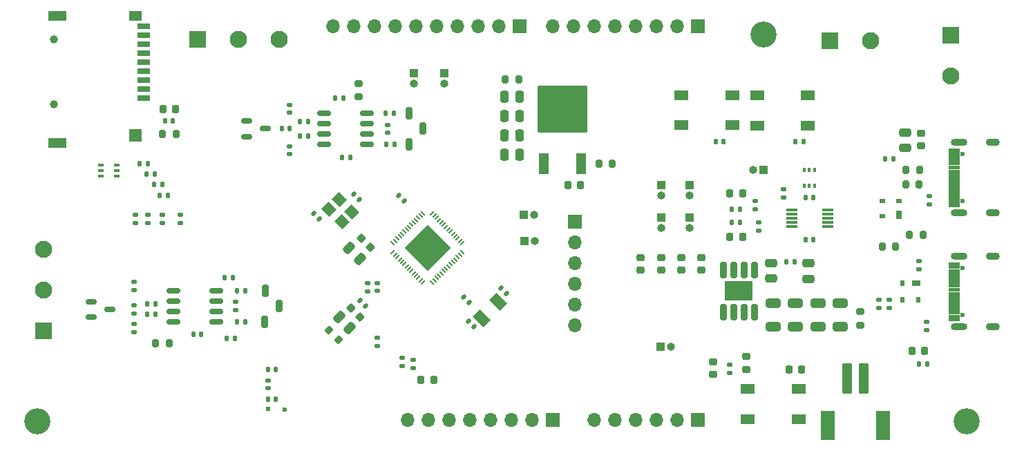
<source format=gbr>
%TF.GenerationSoftware,KiCad,Pcbnew,7.0.8*%
%TF.CreationDate,2024-02-15T12:40:34+05:30*%
%TF.ProjectId,ESP32-S3_DB,45535033-322d-4533-935f-44422e6b6963,rev?*%
%TF.SameCoordinates,Original*%
%TF.FileFunction,Soldermask,Top*%
%TF.FilePolarity,Negative*%
%FSLAX46Y46*%
G04 Gerber Fmt 4.6, Leading zero omitted, Abs format (unit mm)*
G04 Created by KiCad (PCBNEW 7.0.8) date 2024-02-15 12:40:34*
%MOMM*%
%LPD*%
G01*
G04 APERTURE LIST*
G04 Aperture macros list*
%AMRoundRect*
0 Rectangle with rounded corners*
0 $1 Rounding radius*
0 $2 $3 $4 $5 $6 $7 $8 $9 X,Y pos of 4 corners*
0 Add a 4 corners polygon primitive as box body*
4,1,4,$2,$3,$4,$5,$6,$7,$8,$9,$2,$3,0*
0 Add four circle primitives for the rounded corners*
1,1,$1+$1,$2,$3*
1,1,$1+$1,$4,$5*
1,1,$1+$1,$6,$7*
1,1,$1+$1,$8,$9*
0 Add four rect primitives between the rounded corners*
20,1,$1+$1,$2,$3,$4,$5,0*
20,1,$1+$1,$4,$5,$6,$7,0*
20,1,$1+$1,$6,$7,$8,$9,0*
20,1,$1+$1,$8,$9,$2,$3,0*%
%AMRotRect*
0 Rectangle, with rotation*
0 The origin of the aperture is its center*
0 $1 length*
0 $2 width*
0 $3 Rotation angle, in degrees counterclockwise*
0 Add horizontal line*
21,1,$1,$2,0,0,$3*%
G04 Aperture macros list end*
%ADD10C,0.010000*%
%ADD11RoundRect,0.135000X0.185000X-0.135000X0.185000X0.135000X-0.185000X0.135000X-0.185000X-0.135000X0*%
%ADD12RoundRect,0.140000X0.219203X0.021213X0.021213X0.219203X-0.219203X-0.021213X-0.021213X-0.219203X0*%
%ADD13R,0.650000X0.400000*%
%ADD14R,1.700000X1.700000*%
%ADD15O,1.700000X1.700000*%
%ADD16RoundRect,0.250000X0.250000X0.475000X-0.250000X0.475000X-0.250000X-0.475000X0.250000X-0.475000X0*%
%ADD17RoundRect,0.200000X-0.275000X0.200000X-0.275000X-0.200000X0.275000X-0.200000X0.275000X0.200000X0*%
%ADD18RoundRect,0.218750X0.256250X-0.218750X0.256250X0.218750X-0.256250X0.218750X-0.256250X-0.218750X0*%
%ADD19C,3.200000*%
%ADD20RoundRect,0.250000X-0.475000X0.250000X-0.475000X-0.250000X0.475000X-0.250000X0.475000X0.250000X0*%
%ADD21RoundRect,0.135000X-0.185000X0.135000X-0.185000X-0.135000X0.185000X-0.135000X0.185000X0.135000X0*%
%ADD22R,1.800000X1.200000*%
%ADD23RotRect,1.400000X1.200000X315.000000*%
%ADD24RoundRect,0.218750X-0.218750X-0.256250X0.218750X-0.256250X0.218750X0.256250X-0.218750X0.256250X0*%
%ADD25R,1.000000X0.700000*%
%ADD26R,0.600000X0.700000*%
%ADD27R,1.000000X1.000000*%
%ADD28O,1.000000X1.000000*%
%ADD29R,2.100000X2.100000*%
%ADD30C,2.100000*%
%ADD31RoundRect,0.135000X0.135000X0.185000X-0.135000X0.185000X-0.135000X-0.185000X0.135000X-0.185000X0*%
%ADD32RoundRect,0.250000X0.650000X-0.325000X0.650000X0.325000X-0.650000X0.325000X-0.650000X-0.325000X0*%
%ADD33RoundRect,0.225000X0.335876X0.017678X0.017678X0.335876X-0.335876X-0.017678X-0.017678X-0.335876X0*%
%ADD34RoundRect,0.250000X-0.512652X-0.159099X-0.159099X-0.512652X0.512652X0.159099X0.159099X0.512652X0*%
%ADD35RoundRect,0.225000X0.225000X0.250000X-0.225000X0.250000X-0.225000X-0.250000X0.225000X-0.250000X0*%
%ADD36RoundRect,0.140000X-0.140000X-0.170000X0.140000X-0.170000X0.140000X0.170000X-0.140000X0.170000X0*%
%ADD37RoundRect,0.140000X0.170000X-0.140000X0.170000X0.140000X-0.170000X0.140000X-0.170000X-0.140000X0*%
%ADD38RoundRect,0.135000X-0.135000X-0.185000X0.135000X-0.185000X0.135000X0.185000X-0.135000X0.185000X0*%
%ADD39RoundRect,0.144000X-0.258000X0.833000X-0.258000X-0.833000X0.258000X-0.833000X0.258000X0.833000X0*%
%ADD40RoundRect,0.102000X-1.600000X1.100000X-1.600000X-1.100000X1.600000X-1.100000X1.600000X1.100000X0*%
%ADD41RoundRect,0.225000X-0.225000X-0.250000X0.225000X-0.250000X0.225000X0.250000X-0.225000X0.250000X0*%
%ADD42RoundRect,0.200000X0.200000X0.275000X-0.200000X0.275000X-0.200000X-0.275000X0.200000X-0.275000X0*%
%ADD43RoundRect,0.200000X0.200000X-0.550000X0.200000X0.550000X-0.200000X0.550000X-0.200000X-0.550000X0*%
%ADD44RoundRect,0.140000X0.140000X0.170000X-0.140000X0.170000X-0.140000X-0.170000X0.140000X-0.170000X0*%
%ADD45RoundRect,0.250000X0.475000X-0.250000X0.475000X0.250000X-0.475000X0.250000X-0.475000X-0.250000X0*%
%ADD46C,0.600000*%
%ADD47O,2.000000X0.900000*%
%ADD48O,1.700000X0.900000*%
%ADD49RoundRect,0.140000X-0.170000X0.140000X-0.170000X-0.140000X0.170000X-0.140000X0.170000X0.140000X0*%
%ADD50RoundRect,0.225000X0.250000X-0.225000X0.250000X0.225000X-0.250000X0.225000X-0.250000X-0.225000X0*%
%ADD51RoundRect,0.218750X-0.256250X0.218750X-0.256250X-0.218750X0.256250X-0.218750X0.256250X0.218750X0*%
%ADD52RoundRect,0.147500X0.172500X-0.147500X0.172500X0.147500X-0.172500X0.147500X-0.172500X-0.147500X0*%
%ADD53R,1.400000X0.300000*%
%ADD54RoundRect,0.225000X-0.250000X0.225000X-0.250000X-0.225000X0.250000X-0.225000X0.250000X0.225000X0*%
%ADD55R,0.420000X0.600000*%
%ADD56RoundRect,0.150000X-0.512500X-0.150000X0.512500X-0.150000X0.512500X0.150000X-0.512500X0.150000X0*%
%ADD57RoundRect,0.140000X-0.219203X-0.021213X-0.021213X-0.219203X0.219203X0.021213X0.021213X0.219203X0*%
%ADD58RoundRect,0.218750X0.218750X0.256250X-0.218750X0.256250X-0.218750X-0.256250X0.218750X-0.256250X0*%
%ADD59RoundRect,0.225000X-0.335876X-0.017678X-0.017678X-0.335876X0.335876X0.017678X0.017678X0.335876X0*%
%ADD60R,0.700000X1.000000*%
%ADD61R,0.700000X0.600000*%
%ADD62R,2.200000X1.200000*%
%ADD63C,1.000000*%
%ADD64R,1.500000X1.600000*%
%ADD65R,1.600000X0.700000*%
%ADD66R,1.500000X1.200000*%
%ADD67RoundRect,0.200000X0.335876X0.053033X0.053033X0.335876X-0.335876X-0.053033X-0.053033X-0.335876X0*%
%ADD68RotRect,0.660000X0.200000X45.000000*%
%ADD69RotRect,0.200000X0.660000X45.000000*%
%ADD70RotRect,4.000000X4.000000X45.000000*%
%ADD71RoundRect,0.102000X0.490000X-1.200000X0.490000X1.200000X-0.490000X1.200000X-0.490000X-1.200000X0*%
%ADD72RoundRect,0.102000X2.930000X-2.785000X2.930000X2.785000X-2.930000X2.785000X-2.930000X-2.785000X0*%
%ADD73RoundRect,0.102000X-0.490000X1.200000X-0.490000X-1.200000X0.490000X-1.200000X0.490000X1.200000X0*%
%ADD74RoundRect,0.102000X0.500000X1.750000X-0.500000X1.750000X-0.500000X-1.750000X0.500000X-1.750000X0*%
%ADD75RoundRect,0.102000X0.750000X1.700000X-0.750000X1.700000X-0.750000X-1.700000X0.750000X-1.700000X0*%
%ADD76R,0.500000X0.500000*%
%ADD77RotRect,1.300000X1.800000X45.000000*%
%ADD78RoundRect,0.200000X0.275000X-0.200000X0.275000X0.200000X-0.275000X0.200000X-0.275000X-0.200000X0*%
%ADD79RoundRect,0.250000X0.512652X0.159099X0.159099X0.512652X-0.512652X-0.159099X-0.159099X-0.512652X0*%
%ADD80RoundRect,0.150000X0.675000X0.150000X-0.675000X0.150000X-0.675000X-0.150000X0.675000X-0.150000X0*%
%ADD81RoundRect,0.200000X-0.200000X-0.275000X0.200000X-0.275000X0.200000X0.275000X-0.200000X0.275000X0*%
G04 APERTURE END LIST*
%TO.C,J1*%
D10*
X210015000Y-112050000D02*
X208775000Y-112050000D01*
X208775000Y-111350000D01*
X210015000Y-111350000D01*
X210015000Y-112050000D01*
G36*
X210015000Y-112050000D02*
G01*
X208775000Y-112050000D01*
X208775000Y-111350000D01*
X210015000Y-111350000D01*
X210015000Y-112050000D01*
G37*
X210015000Y-111250000D02*
X208775000Y-111250000D01*
X208775000Y-110550000D01*
X210015000Y-110550000D01*
X210015000Y-111250000D01*
G36*
X210015000Y-111250000D02*
G01*
X208775000Y-111250000D01*
X208775000Y-110550000D01*
X210015000Y-110550000D01*
X210015000Y-111250000D01*
G37*
X210015000Y-110450000D02*
X208775000Y-110450000D01*
X208775000Y-110050000D01*
X210015000Y-110050000D01*
X210015000Y-110450000D01*
G36*
X210015000Y-110450000D02*
G01*
X208775000Y-110450000D01*
X208775000Y-110050000D01*
X210015000Y-110050000D01*
X210015000Y-110450000D01*
G37*
X210015000Y-109950000D02*
X208775000Y-109950000D01*
X208775000Y-109550000D01*
X210015000Y-109550000D01*
X210015000Y-109950000D01*
G36*
X210015000Y-109950000D02*
G01*
X208775000Y-109950000D01*
X208775000Y-109550000D01*
X210015000Y-109550000D01*
X210015000Y-109950000D01*
G37*
X210015000Y-109450000D02*
X208775000Y-109450000D01*
X208775000Y-109050000D01*
X210015000Y-109050000D01*
X210015000Y-109450000D01*
G36*
X210015000Y-109450000D02*
G01*
X208775000Y-109450000D01*
X208775000Y-109050000D01*
X210015000Y-109050000D01*
X210015000Y-109450000D01*
G37*
X210015000Y-108950000D02*
X208775000Y-108950000D01*
X208775000Y-108550000D01*
X210015000Y-108550000D01*
X210015000Y-108950000D01*
G36*
X210015000Y-108950000D02*
G01*
X208775000Y-108950000D01*
X208775000Y-108550000D01*
X210015000Y-108550000D01*
X210015000Y-108950000D01*
G37*
X210015000Y-108450000D02*
X208775000Y-108450000D01*
X208775000Y-108050000D01*
X210015000Y-108050000D01*
X210015000Y-108450000D01*
G36*
X210015000Y-108450000D02*
G01*
X208775000Y-108450000D01*
X208775000Y-108050000D01*
X210015000Y-108050000D01*
X210015000Y-108450000D01*
G37*
X210015000Y-107950000D02*
X208775000Y-107950000D01*
X208775000Y-107550000D01*
X210015000Y-107550000D01*
X210015000Y-107950000D01*
G36*
X210015000Y-107950000D02*
G01*
X208775000Y-107950000D01*
X208775000Y-107550000D01*
X210015000Y-107550000D01*
X210015000Y-107950000D01*
G37*
X210015000Y-107450000D02*
X208775000Y-107450000D01*
X208775000Y-107050000D01*
X210015000Y-107050000D01*
X210015000Y-107450000D01*
G36*
X210015000Y-107450000D02*
G01*
X208775000Y-107450000D01*
X208775000Y-107050000D01*
X210015000Y-107050000D01*
X210015000Y-107450000D01*
G37*
X210015000Y-106950000D02*
X208775000Y-106950000D01*
X208775000Y-106550000D01*
X210015000Y-106550000D01*
X210015000Y-106950000D01*
G36*
X210015000Y-106950000D02*
G01*
X208775000Y-106950000D01*
X208775000Y-106550000D01*
X210015000Y-106550000D01*
X210015000Y-106950000D01*
G37*
X210015000Y-106450000D02*
X208775000Y-106450000D01*
X208775000Y-105750000D01*
X210015000Y-105750000D01*
X210015000Y-106450000D01*
G36*
X210015000Y-106450000D02*
G01*
X208775000Y-106450000D01*
X208775000Y-105750000D01*
X210015000Y-105750000D01*
X210015000Y-106450000D01*
G37*
X210015000Y-105650000D02*
X208775000Y-105650000D01*
X208775000Y-104950000D01*
X210015000Y-104950000D01*
X210015000Y-105650000D01*
G36*
X210015000Y-105650000D02*
G01*
X208775000Y-105650000D01*
X208775000Y-104950000D01*
X210015000Y-104950000D01*
X210015000Y-105650000D01*
G37*
%TO.C,J4*%
X210015000Y-126040000D02*
X208775000Y-126040000D01*
X208775000Y-125340000D01*
X210015000Y-125340000D01*
X210015000Y-126040000D01*
G36*
X210015000Y-126040000D02*
G01*
X208775000Y-126040000D01*
X208775000Y-125340000D01*
X210015000Y-125340000D01*
X210015000Y-126040000D01*
G37*
X210015000Y-125240000D02*
X208775000Y-125240000D01*
X208775000Y-124540000D01*
X210015000Y-124540000D01*
X210015000Y-125240000D01*
G36*
X210015000Y-125240000D02*
G01*
X208775000Y-125240000D01*
X208775000Y-124540000D01*
X210015000Y-124540000D01*
X210015000Y-125240000D01*
G37*
X210015000Y-124440000D02*
X208775000Y-124440000D01*
X208775000Y-124040000D01*
X210015000Y-124040000D01*
X210015000Y-124440000D01*
G36*
X210015000Y-124440000D02*
G01*
X208775000Y-124440000D01*
X208775000Y-124040000D01*
X210015000Y-124040000D01*
X210015000Y-124440000D01*
G37*
X210015000Y-123940000D02*
X208775000Y-123940000D01*
X208775000Y-123540000D01*
X210015000Y-123540000D01*
X210015000Y-123940000D01*
G36*
X210015000Y-123940000D02*
G01*
X208775000Y-123940000D01*
X208775000Y-123540000D01*
X210015000Y-123540000D01*
X210015000Y-123940000D01*
G37*
X210015000Y-123440000D02*
X208775000Y-123440000D01*
X208775000Y-123040000D01*
X210015000Y-123040000D01*
X210015000Y-123440000D01*
G36*
X210015000Y-123440000D02*
G01*
X208775000Y-123440000D01*
X208775000Y-123040000D01*
X210015000Y-123040000D01*
X210015000Y-123440000D01*
G37*
X210015000Y-122940000D02*
X208775000Y-122940000D01*
X208775000Y-122540000D01*
X210015000Y-122540000D01*
X210015000Y-122940000D01*
G36*
X210015000Y-122940000D02*
G01*
X208775000Y-122940000D01*
X208775000Y-122540000D01*
X210015000Y-122540000D01*
X210015000Y-122940000D01*
G37*
X210015000Y-122440000D02*
X208775000Y-122440000D01*
X208775000Y-122040000D01*
X210015000Y-122040000D01*
X210015000Y-122440000D01*
G36*
X210015000Y-122440000D02*
G01*
X208775000Y-122440000D01*
X208775000Y-122040000D01*
X210015000Y-122040000D01*
X210015000Y-122440000D01*
G37*
X210015000Y-121940000D02*
X208775000Y-121940000D01*
X208775000Y-121540000D01*
X210015000Y-121540000D01*
X210015000Y-121940000D01*
G36*
X210015000Y-121940000D02*
G01*
X208775000Y-121940000D01*
X208775000Y-121540000D01*
X210015000Y-121540000D01*
X210015000Y-121940000D01*
G37*
X210015000Y-121440000D02*
X208775000Y-121440000D01*
X208775000Y-121040000D01*
X210015000Y-121040000D01*
X210015000Y-121440000D01*
G36*
X210015000Y-121440000D02*
G01*
X208775000Y-121440000D01*
X208775000Y-121040000D01*
X210015000Y-121040000D01*
X210015000Y-121440000D01*
G37*
X210015000Y-120940000D02*
X208775000Y-120940000D01*
X208775000Y-120540000D01*
X210015000Y-120540000D01*
X210015000Y-120940000D01*
G36*
X210015000Y-120940000D02*
G01*
X208775000Y-120940000D01*
X208775000Y-120540000D01*
X210015000Y-120540000D01*
X210015000Y-120940000D01*
G37*
X210015000Y-120440000D02*
X208775000Y-120440000D01*
X208775000Y-119740000D01*
X210015000Y-119740000D01*
X210015000Y-120440000D01*
G36*
X210015000Y-120440000D02*
G01*
X208775000Y-120440000D01*
X208775000Y-119740000D01*
X210015000Y-119740000D01*
X210015000Y-120440000D01*
G37*
X210015000Y-119640000D02*
X208775000Y-119640000D01*
X208775000Y-118940000D01*
X210015000Y-118940000D01*
X210015000Y-119640000D01*
G36*
X210015000Y-119640000D02*
G01*
X208775000Y-119640000D01*
X208775000Y-118940000D01*
X210015000Y-118940000D01*
X210015000Y-119640000D01*
G37*
%TD*%
D11*
%TO.C,R43*%
X185420000Y-115050000D03*
X185420000Y-114030000D03*
%TD*%
D12*
%TO.C,C11*%
X142009411Y-111369411D03*
X141330589Y-110690589D03*
%TD*%
D13*
%TO.C,D10*%
X106790000Y-108310000D03*
X106790000Y-107660000D03*
X106790000Y-107010000D03*
X104890000Y-107010000D03*
X104890000Y-107660000D03*
X104890000Y-108310000D03*
%TD*%
D14*
%TO.C,J9*%
X162950000Y-113920001D03*
D15*
X162950000Y-116460001D03*
X162950000Y-119000001D03*
X162950000Y-121540001D03*
X162950000Y-124080001D03*
X162950000Y-126620001D03*
%TD*%
D16*
%TO.C,C43*%
X156190000Y-101010000D03*
X154290000Y-101010000D03*
%TD*%
D17*
%TO.C,R14*%
X136400000Y-96975000D03*
X136400000Y-98625000D03*
%TD*%
D18*
%TO.C,D8*%
X176000000Y-119887500D03*
X176000000Y-118312500D03*
%TD*%
D19*
%TO.C,H3*%
X210940000Y-138420000D03*
%TD*%
D20*
%TO.C,C9*%
X191580000Y-119055000D03*
X191580000Y-120955000D03*
%TD*%
D21*
%TO.C,R1*%
X138760000Y-128200000D03*
X138760000Y-129220000D03*
%TD*%
D22*
%TO.C,SW1*%
X176000000Y-98405000D03*
X182200000Y-98405000D03*
X176000000Y-102105000D03*
X182200000Y-102105000D03*
%TD*%
D23*
%TO.C,Y1*%
X132821142Y-112423223D03*
X134376777Y-113978858D03*
X135578858Y-112776777D03*
X134023223Y-111221142D03*
%TD*%
D12*
%TO.C,C32*%
X154539411Y-122739411D03*
X153860589Y-122060589D03*
%TD*%
D22*
%TO.C,SW3*%
X190340000Y-138120000D03*
X184140000Y-138120000D03*
X190340000Y-134420000D03*
X184140000Y-134420000D03*
%TD*%
D18*
%TO.C,D3*%
X171000000Y-119887500D03*
X171000000Y-118312500D03*
%TD*%
D24*
%TO.C,D13*%
X181902500Y-115820000D03*
X183477500Y-115820000D03*
%TD*%
D25*
%TO.C,D11*%
X204780000Y-121490000D03*
D26*
X203080000Y-121490000D03*
X203080000Y-123490000D03*
X204980000Y-123490000D03*
%TD*%
D27*
%TO.C,J6*%
X156720000Y-116350000D03*
D28*
X157990000Y-116350000D03*
%TD*%
D29*
%TO.C,J5*%
X194180000Y-91770000D03*
D30*
X199180000Y-91770000D03*
%TD*%
D21*
%TO.C,R6*%
X206050000Y-126230000D03*
X206050000Y-127250000D03*
%TD*%
D31*
%TO.C,R31*%
X122560000Y-122370000D03*
X121540000Y-122370000D03*
%TD*%
D21*
%TO.C,R10*%
X181930000Y-131460000D03*
X181930000Y-132480000D03*
%TD*%
D27*
%TO.C,J11*%
X146930000Y-95760000D03*
D28*
X146930000Y-97030000D03*
%TD*%
D12*
%TO.C,C31*%
X150539411Y-126839411D03*
X149860589Y-126160589D03*
%TD*%
D32*
%TO.C,C39*%
X195410000Y-126840000D03*
X195410000Y-123890000D03*
%TD*%
D11*
%TO.C,R54*%
X110640000Y-114100000D03*
X110640000Y-113080000D03*
%TD*%
D14*
%TO.C,J14*%
X177970000Y-138230000D03*
D15*
X175430000Y-138230000D03*
X172890000Y-138230000D03*
X170350000Y-138230000D03*
X167810000Y-138230000D03*
X165270000Y-138230000D03*
%TD*%
D33*
%TO.C,C14*%
X137848008Y-117048008D03*
X136751992Y-115951992D03*
%TD*%
D34*
%TO.C,C2*%
X134028249Y-125648249D03*
X135371751Y-126991751D03*
%TD*%
D11*
%TO.C,R21*%
X141740000Y-131600000D03*
X141740000Y-130580000D03*
%TD*%
D35*
%TO.C,C16*%
X163645000Y-109460000D03*
X162095000Y-109460000D03*
%TD*%
D36*
%TO.C,C25*%
X127040000Y-102550000D03*
X128000000Y-102550000D03*
%TD*%
D14*
%TO.C,J16*%
X160190000Y-138230000D03*
D15*
X157650000Y-138230000D03*
X155110000Y-138230000D03*
X152570000Y-138230000D03*
X150030000Y-138230000D03*
X147490000Y-138230000D03*
X144950000Y-138230000D03*
X142410000Y-138230000D03*
%TD*%
D37*
%TO.C,C24*%
X139960000Y-103030000D03*
X139960000Y-102070000D03*
%TD*%
D38*
%TO.C,R40*%
X111390000Y-109370000D03*
X112410000Y-109370000D03*
%TD*%
D39*
%TO.C,U3*%
X184920000Y-119835000D03*
X183650000Y-119835000D03*
X182380000Y-119835000D03*
X181110000Y-119835000D03*
X181110000Y-125005000D03*
X182380000Y-125005000D03*
X183650000Y-125005000D03*
X184920000Y-125005000D03*
D40*
X183015000Y-122420000D03*
%TD*%
D41*
%TO.C,C29*%
X112445000Y-100180000D03*
X113995000Y-100180000D03*
%TD*%
D38*
%TO.C,R9*%
X188830000Y-118865000D03*
X189850000Y-118865000D03*
%TD*%
D11*
%TO.C,R27*%
X108940000Y-122325000D03*
X108940000Y-121305000D03*
%TD*%
D38*
%TO.C,R38*%
X139770000Y-100645000D03*
X140790000Y-100645000D03*
%TD*%
D11*
%TO.C,R7*%
X205140000Y-119810000D03*
X205140000Y-118790000D03*
%TD*%
D38*
%TO.C,R11*%
X109620000Y-106810000D03*
X110640000Y-106810000D03*
%TD*%
D31*
%TO.C,R39*%
X206110000Y-131400000D03*
X205090000Y-131400000D03*
%TD*%
D21*
%TO.C,R50*%
X201420000Y-123500000D03*
X201420000Y-124520000D03*
%TD*%
D36*
%TO.C,C5*%
X125320000Y-135700000D03*
X126280000Y-135700000D03*
%TD*%
D27*
%TO.C,J22*%
X186080000Y-107560000D03*
D28*
X184810000Y-107560000D03*
%TD*%
D42*
%TO.C,R15*%
X202235000Y-117010000D03*
X200585000Y-117010000D03*
%TD*%
D36*
%TO.C,C7*%
X125320000Y-132100000D03*
X126280000Y-132100000D03*
%TD*%
D31*
%TO.C,R24*%
X111510000Y-124000000D03*
X110490000Y-124000000D03*
%TD*%
%TO.C,R5*%
X201980000Y-106270000D03*
X200960000Y-106270000D03*
%TD*%
D27*
%TO.C,J18*%
X173460000Y-129230000D03*
D28*
X174730000Y-129230000D03*
%TD*%
D43*
%TO.C,TP4*%
X142620000Y-100645000D03*
%TD*%
D44*
%TO.C,C20*%
X192140000Y-110970000D03*
X191180000Y-110970000D03*
%TD*%
D19*
%TO.C,H1*%
X97080000Y-138420000D03*
%TD*%
D36*
%TO.C,C22*%
X116170000Y-127715000D03*
X117130000Y-127715000D03*
%TD*%
D32*
%TO.C,C37*%
X189960000Y-126840000D03*
X189960000Y-123890000D03*
%TD*%
D21*
%TO.C,R4*%
X206400000Y-110770000D03*
X206400000Y-111790000D03*
%TD*%
D43*
%TO.C,TP5*%
X126700000Y-124275000D03*
%TD*%
D21*
%TO.C,R51*%
X109120000Y-113090000D03*
X109120000Y-114110000D03*
%TD*%
D45*
%TO.C,C40*%
X203410000Y-104880000D03*
X203410000Y-102980000D03*
%TD*%
D21*
%TO.C,R29*%
X121340000Y-123765000D03*
X121340000Y-124785000D03*
%TD*%
%TO.C,R20*%
X188510000Y-109920000D03*
X188510000Y-110940000D03*
%TD*%
D38*
%TO.C,R41*%
X110470000Y-108060000D03*
X111490000Y-108060000D03*
%TD*%
D19*
%TO.C,H2*%
X186030000Y-90970000D03*
%TD*%
D11*
%TO.C,R28*%
X108930000Y-127455000D03*
X108930000Y-126435000D03*
%TD*%
D46*
%TO.C,J1*%
X210465000Y-111390000D03*
X210465000Y-105610000D03*
D47*
X209975000Y-112825000D03*
D48*
X214145000Y-112825000D03*
D47*
X209975000Y-104175000D03*
D48*
X214145000Y-104175000D03*
%TD*%
D38*
%TO.C,R35*%
X129270000Y-103435000D03*
X130290000Y-103435000D03*
%TD*%
D27*
%TO.C,J17*%
X173490000Y-109420000D03*
D28*
X173490000Y-110690000D03*
%TD*%
D49*
%TO.C,C8*%
X138700000Y-121470000D03*
X138700000Y-122430000D03*
%TD*%
D38*
%TO.C,R37*%
X139780000Y-104455000D03*
X140800000Y-104455000D03*
%TD*%
D50*
%TO.C,C41*%
X205350000Y-104615000D03*
X205350000Y-103065000D03*
%TD*%
D51*
%TO.C,D9*%
X178400000Y-118322500D03*
X178400000Y-119897500D03*
%TD*%
D52*
%TO.C,L2*%
X125320000Y-134365000D03*
X125320000Y-133395000D03*
%TD*%
D31*
%TO.C,R25*%
X111510000Y-125270000D03*
X110490000Y-125270000D03*
%TD*%
D11*
%TO.C,R55*%
X143110000Y-131910000D03*
X143110000Y-130890000D03*
%TD*%
D42*
%TO.C,R22*%
X167545000Y-106840000D03*
X165895000Y-106840000D03*
%TD*%
D53*
%TO.C,U4*%
X193930000Y-114530000D03*
X193930000Y-114030000D03*
X193930000Y-113530000D03*
X193930000Y-113030000D03*
X193930000Y-112530000D03*
X189530000Y-112530000D03*
X189530000Y-113030000D03*
X189530000Y-113530000D03*
X189530000Y-114030000D03*
X189530000Y-114530000D03*
%TD*%
D32*
%TO.C,C1*%
X187250000Y-126840000D03*
X187250000Y-123890000D03*
%TD*%
D27*
%TO.C,J20*%
X177010000Y-113410000D03*
D28*
X177010000Y-114680000D03*
%TD*%
D38*
%TO.C,R42*%
X112030000Y-110690000D03*
X113050000Y-110690000D03*
%TD*%
D42*
%TO.C,R13*%
X113230000Y-128855000D03*
X111580000Y-128855000D03*
%TD*%
%TO.C,R23*%
X156075000Y-96490000D03*
X154425000Y-96490000D03*
%TD*%
D29*
%TO.C,J2*%
X97820000Y-127350000D03*
D30*
X97820000Y-122350000D03*
X97820000Y-117350000D03*
%TD*%
D31*
%TO.C,R45*%
X183200000Y-112440000D03*
X182180000Y-112440000D03*
%TD*%
D35*
%TO.C,C28*%
X190735000Y-132040000D03*
X189185000Y-132040000D03*
%TD*%
D16*
%TO.C,C42*%
X156180000Y-103390000D03*
X154280000Y-103390000D03*
%TD*%
D52*
%TO.C,L3*%
X137570000Y-122455000D03*
X137570000Y-121485000D03*
%TD*%
D20*
%TO.C,C10*%
X187000000Y-119015000D03*
X187000000Y-120915000D03*
%TD*%
D31*
%TO.C,R46*%
X183200000Y-114030000D03*
X182180000Y-114030000D03*
%TD*%
D43*
%TO.C,TP3*%
X142620000Y-104455000D03*
%TD*%
D32*
%TO.C,C38*%
X192700000Y-126840000D03*
X192700000Y-123890000D03*
%TD*%
D54*
%TO.C,C36*%
X179900000Y-131125000D03*
X179900000Y-132675000D03*
%TD*%
D12*
%TO.C,C12*%
X136539411Y-111239411D03*
X135860589Y-110560589D03*
%TD*%
D36*
%TO.C,C30*%
X112740000Y-101550000D03*
X113700000Y-101550000D03*
%TD*%
D44*
%TO.C,C19*%
X192140000Y-116170000D03*
X191180000Y-116170000D03*
%TD*%
%TO.C,C21*%
X190940000Y-104090000D03*
X189980000Y-104090000D03*
%TD*%
D51*
%TO.C,L4*%
X183970000Y-130452500D03*
X183970000Y-132027500D03*
%TD*%
D43*
%TO.C,TP2*%
X124980000Y-122370000D03*
%TD*%
D55*
%TO.C,U2*%
X192320000Y-107630000D03*
X191670000Y-107630000D03*
X191020000Y-107630000D03*
X191020000Y-109530000D03*
X191670000Y-109530000D03*
X192320000Y-109530000D03*
%TD*%
D56*
%TO.C,D6*%
X103662500Y-123750000D03*
X103662500Y-125650000D03*
X105937500Y-124700000D03*
%TD*%
D57*
%TO.C,C6*%
X136640589Y-123600589D03*
X137319411Y-124279411D03*
%TD*%
D58*
%TO.C,D1*%
X205787500Y-129800000D03*
X204212500Y-129800000D03*
%TD*%
D27*
%TO.C,J7*%
X156680000Y-113100000D03*
D28*
X157950000Y-113100000D03*
%TD*%
D42*
%TO.C,R47*%
X205145000Y-107560000D03*
X203495000Y-107560000D03*
%TD*%
D24*
%TO.C,D12*%
X181902500Y-110510000D03*
X183477500Y-110510000D03*
%TD*%
D38*
%TO.C,R34*%
X134410000Y-106050000D03*
X135430000Y-106050000D03*
%TD*%
D59*
%TO.C,C3*%
X135541992Y-124511992D03*
X136638008Y-125608008D03*
%TD*%
D29*
%TO.C,J3*%
X116700000Y-91550000D03*
D30*
X121700000Y-91550000D03*
X126700000Y-91550000D03*
%TD*%
D60*
%TO.C,D2*%
X202640000Y-113090000D03*
D61*
X202640000Y-111390000D03*
X200640000Y-111390000D03*
X200640000Y-113290000D03*
%TD*%
D12*
%TO.C,C15*%
X131639411Y-113639411D03*
X130960589Y-112960589D03*
%TD*%
D51*
%TO.C,D7*%
X173500000Y-118312500D03*
X173500000Y-119887500D03*
%TD*%
D56*
%TO.C,D4*%
X122692500Y-101600000D03*
X122692500Y-103500000D03*
X124967500Y-102550000D03*
%TD*%
D62*
%TO.C,J8*%
X99500000Y-88700000D03*
D63*
X99100000Y-91550000D03*
X99100000Y-99550000D03*
D64*
X109100000Y-103350000D03*
D62*
X99500000Y-104300000D03*
D65*
X110100000Y-98750000D03*
X110100000Y-97650000D03*
X110100000Y-96550000D03*
X110100000Y-95450000D03*
X110100000Y-94350000D03*
X110100000Y-93250000D03*
X110100000Y-92150000D03*
X110100000Y-91050000D03*
X110100000Y-89950000D03*
D66*
X109100000Y-88700000D03*
%TD*%
D27*
%TO.C,J10*%
X173490000Y-113410000D03*
D28*
X173490000Y-114680000D03*
%TD*%
D42*
%TO.C,R12*%
X114045000Y-103150000D03*
X112395000Y-103150000D03*
%TD*%
D16*
%TO.C,C44*%
X156200000Y-98600000D03*
X154300000Y-98600000D03*
%TD*%
D14*
%TO.C,J15*%
X156126000Y-89970000D03*
D15*
X153586000Y-89970000D03*
X151046000Y-89970000D03*
X148506000Y-89970000D03*
X145966000Y-89970000D03*
X143426000Y-89970000D03*
X140886000Y-89970000D03*
X138346000Y-89970000D03*
X135806000Y-89970000D03*
X133266000Y-89970000D03*
%TD*%
D27*
%TO.C,J12*%
X143220000Y-95760000D03*
D28*
X143220000Y-97030000D03*
%TD*%
D67*
%TO.C,R17*%
X133973363Y-128393363D03*
X132806637Y-127226637D03*
%TD*%
D22*
%TO.C,SW2*%
X185300000Y-98435000D03*
X191500000Y-98435000D03*
X185300000Y-102135000D03*
X191500000Y-102135000D03*
%TD*%
D68*
%TO.C,U1*%
X140622830Y-117705197D03*
X140905673Y-117988040D03*
X141188516Y-118270883D03*
X141471358Y-118553726D03*
X141754201Y-118836568D03*
X142037044Y-119119411D03*
X142319887Y-119402254D03*
X142602729Y-119685096D03*
X142885572Y-119967939D03*
X143168415Y-120250782D03*
X143451257Y-120533625D03*
X143734100Y-120816467D03*
X144016943Y-121099310D03*
X144299786Y-121382153D03*
D69*
X145445298Y-121382153D03*
X145728141Y-121099310D03*
X146010984Y-120816467D03*
X146293827Y-120533625D03*
X146576669Y-120250782D03*
X146859512Y-119967939D03*
X147142355Y-119685096D03*
X147425197Y-119402254D03*
X147708040Y-119119411D03*
X147990883Y-118836568D03*
X148273726Y-118553726D03*
X148556568Y-118270883D03*
X148839411Y-117988040D03*
X149122254Y-117705197D03*
D68*
X149122254Y-116559685D03*
X148839411Y-116276842D03*
X148556568Y-115993999D03*
X148273726Y-115711156D03*
X147990883Y-115428314D03*
X147708040Y-115145471D03*
X147425197Y-114862628D03*
X147142355Y-114579786D03*
X146859512Y-114296943D03*
X146576669Y-114014100D03*
X146293827Y-113731257D03*
X146010984Y-113448415D03*
X145728141Y-113165572D03*
X145445298Y-112882729D03*
D69*
X144299786Y-112882729D03*
X144016943Y-113165572D03*
X143734100Y-113448415D03*
X143451257Y-113731257D03*
X143168415Y-114014100D03*
X142885572Y-114296943D03*
X142602729Y-114579786D03*
X142319887Y-114862628D03*
X142037044Y-115145471D03*
X141754201Y-115428314D03*
X141471358Y-115711156D03*
X141188516Y-115993999D03*
X140905673Y-116276842D03*
X140622830Y-116559685D03*
D70*
X144872542Y-117132441D03*
%TD*%
D71*
%TO.C,U5*%
X159100000Y-106840000D03*
D72*
X161380000Y-100170000D03*
D73*
X163660000Y-106840000D03*
%TD*%
D74*
%TO.C,CN1*%
X196310000Y-133180000D03*
X198310000Y-133180000D03*
D75*
X200660000Y-138930000D03*
X193960000Y-138930000D03*
%TD*%
D31*
%TO.C,R36*%
X130290000Y-101665000D03*
X129270000Y-101665000D03*
%TD*%
D76*
%TO.C,AE1*%
X125300000Y-136900000D03*
D46*
X127400000Y-136950000D03*
%TD*%
D21*
%TO.C,R44*%
X185070000Y-111400000D03*
X185070000Y-112420000D03*
%TD*%
D42*
%TO.C,R48*%
X205135000Y-109380000D03*
X203485000Y-109380000D03*
%TD*%
D31*
%TO.C,R32*%
X121240000Y-128265000D03*
X120220000Y-128265000D03*
%TD*%
D46*
%TO.C,J4*%
X210465000Y-125380000D03*
X210465000Y-119600000D03*
D47*
X209975000Y-126815000D03*
D48*
X214145000Y-126815000D03*
D47*
X209975000Y-118165000D03*
D48*
X214145000Y-118165000D03*
%TD*%
D31*
%TO.C,R33*%
X121040000Y-120765000D03*
X120020000Y-120765000D03*
%TD*%
D77*
%TO.C,X1*%
X151467624Y-125832376D03*
X153532376Y-123767624D03*
%TD*%
D43*
%TO.C,TP6*%
X144320000Y-102550000D03*
%TD*%
D27*
%TO.C,J19*%
X177010000Y-109420000D03*
D28*
X177010000Y-110690000D03*
%TD*%
D78*
%TO.C,R16*%
X197940000Y-126625000D03*
X197940000Y-124975000D03*
%TD*%
D79*
%TO.C,C13*%
X136571751Y-118471751D03*
X135228249Y-117128249D03*
%TD*%
D36*
%TO.C,C23*%
X133590000Y-98800000D03*
X134550000Y-98800000D03*
%TD*%
D58*
%TO.C,D5*%
X145657500Y-133330000D03*
X144082500Y-133330000D03*
%TD*%
D14*
%TO.C,J13*%
X177970000Y-89970000D03*
D15*
X175430000Y-89970000D03*
X172890000Y-89970000D03*
X170350000Y-89970000D03*
X167810000Y-89970000D03*
X165270000Y-89970000D03*
X162730000Y-89970000D03*
X160190000Y-89970000D03*
%TD*%
D21*
%TO.C,R53*%
X112410000Y-113090000D03*
X112410000Y-114110000D03*
%TD*%
D11*
%TO.C,R52*%
X114560000Y-114089999D03*
X114560000Y-113069999D03*
%TD*%
D57*
%TO.C,C4*%
X149340589Y-123200589D03*
X150019411Y-123879411D03*
%TD*%
D44*
%TO.C,C18*%
X181140000Y-104080000D03*
X180180000Y-104080000D03*
%TD*%
D31*
%TO.C,R30*%
X122560000Y-126180000D03*
X121540000Y-126180000D03*
%TD*%
D80*
%TO.C,U6*%
X119025000Y-126180000D03*
X119025000Y-124910000D03*
X119025000Y-123640000D03*
X119025000Y-122370000D03*
X113775000Y-122370000D03*
X113775000Y-123640000D03*
X113775000Y-124910000D03*
X113775000Y-126180000D03*
%TD*%
D43*
%TO.C,TP1*%
X124900000Y-126180000D03*
%TD*%
D16*
%TO.C,C17*%
X156180000Y-105730000D03*
X154280000Y-105730000D03*
%TD*%
D49*
%TO.C,C26*%
X127970000Y-104675000D03*
X127970000Y-105635000D03*
%TD*%
D21*
%TO.C,R49*%
X200150000Y-123510000D03*
X200150000Y-124530000D03*
%TD*%
D49*
%TO.C,C27*%
X127970000Y-99605000D03*
X127970000Y-100565000D03*
%TD*%
D81*
%TO.C,R8*%
X203955000Y-115560000D03*
X205605000Y-115560000D03*
%TD*%
D29*
%TO.C,J21*%
X209000000Y-91090000D03*
D30*
X209000000Y-96090000D03*
%TD*%
D80*
%TO.C,U7*%
X137455000Y-104455000D03*
X137455000Y-103185000D03*
X137455000Y-101915000D03*
X137455000Y-100645000D03*
X132205000Y-100645000D03*
X132205000Y-101915000D03*
X132205000Y-103185000D03*
X132205000Y-104455000D03*
%TD*%
D11*
%TO.C,R26*%
X108940000Y-125210000D03*
X108940000Y-124190000D03*
%TD*%
M02*

</source>
